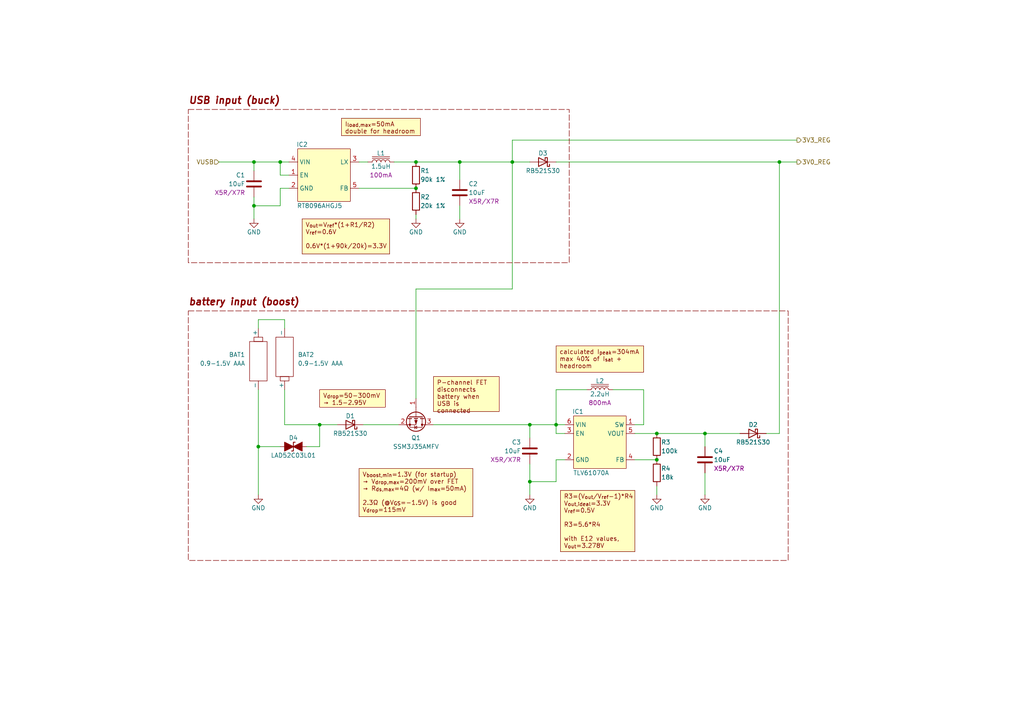
<source format=kicad_sch>
(kicad_sch (version 20230121) (generator eeschema)
  (paper "A4")
  (title_block (title "gkos pebble") (date "2024-03-18") (rev "1") (company "minteyay") (comment 1 "battery/USB power input and 3V power supply"))
  (lib_symbols
    (symbol "Device:C" (pin_numbers hide) (pin_names (offset 0.254))
      (property "Reference" "C" (at 0.635 2.54 0))
      (property "Value" "C" (at 0.635 -2.54 0))
      (symbol "C_0_1"
        (polyline (pts (xy -2.032 -0.762) (xy 2.032 -0.762)) (stroke (width 0.508)))
        (polyline (pts (xy -2.032 0.762) (xy 2.032 0.762)) (stroke (width 0.508)))
      )
      (symbol "C_1_1"
        (pin passive line (at 0 3.81 270) (length 2.794) (name "~") (number "1"))
        (pin passive line (at 0 -3.81 90) (length 2.794) (name "~") (number "2"))
      )
    )
    (symbol "Device:D_TVS_Filled" (pin_numbers hide) (pin_names (offset 1.016) hide)
      (property "Reference" "D" (at 0 2.54 0))
      (property "Value" "D_TVS_Filled" (at 0 -2.54 0))
      (symbol "D_TVS_Filled_0_1"
        (polyline (pts (xy 1.27 0) (xy -1.27 0)))
        (polyline (pts (xy -2.54 -1.27) (xy 0 0) (xy -2.54 1.27) (xy -2.54 -1.27)) (stroke (width 0.254)) (fill (type outline)))
        (polyline (pts (xy 0.508 1.27) (xy 0 1.27) (xy 0 -1.27) (xy -0.508 -1.27)) (stroke (width 0.254)))
        (polyline (pts (xy 2.54 1.27) (xy 2.54 -1.27) (xy 0 0) (xy 2.54 1.27)) (stroke (width 0.254)) (fill (type outline)))
      )
      (symbol "D_TVS_Filled_1_1"
        (pin passive line (at -3.81 0 0) (length 2.54) (name "A1") (number "1"))
        (pin passive line (at 3.81 0 180) (length 2.54) (name "A2") (number "2"))
      )
    )
    (symbol "Device:L_Iron" (pin_numbers hide) (pin_names (offset 1.016) hide)
      (property "Reference" "L" (at -1.27 0 90))
      (property "Value" "L_Iron" (at 2.794 0 90))
      (symbol "L_Iron_0_1"
        (arc (start 0 -2.54) (mid 0.6323 -1.905) (end 0 -1.27))
        (arc (start 0 -1.27) (mid 0.6323 -0.635) (end 0 0))
        (polyline (pts (xy 1.016 2.54) (xy 1.016 -2.54)))
        (polyline (pts (xy 1.524 -2.54) (xy 1.524 2.54)))
        (arc (start 0 0) (mid 0.6323 0.635) (end 0 1.27))
        (arc (start 0 1.27) (mid 0.6323 1.905) (end 0 2.54))
      )
      (symbol "L_Iron_1_1"
        (pin passive line (at 0 3.81 270) (length 1.27) (name "1") (number "1"))
        (pin passive line (at 0 -3.81 90) (length 1.27) (name "2") (number "2"))
      )
    )
    (symbol "Device:Q_PMOS_GSD" (pin_names (offset 0) hide)
      (property "Reference" "Q" (at 5.08 1.27 0))
      (property "Value" "Q_PMOS_GSD" (at 5.08 -1.27 0))
      (symbol "Q_PMOS_GSD_0_1"
        (polyline (pts (xy 0.254 0) (xy -2.54 0)))
        (polyline (pts (xy 0.254 1.905) (xy 0.254 -1.905)) (stroke (width 0.254)))
        (polyline (pts (xy 0.762 -1.27) (xy 0.762 -2.286)) (stroke (width 0.254)))
        (polyline (pts (xy 0.762 0.508) (xy 0.762 -0.508)) (stroke (width 0.254)))
        (polyline (pts (xy 0.762 2.286) (xy 0.762 1.27)) (stroke (width 0.254)))
        (polyline (pts (xy 2.54 2.54) (xy 2.54 1.778)))
        (polyline (pts (xy 2.54 -2.54) (xy 2.54 0) (xy 0.762 0)))
        (polyline (pts (xy 0.762 1.778) (xy 3.302 1.778) (xy 3.302 -1.778) (xy 0.762 -1.778)))
        (polyline (pts (xy 2.286 0) (xy 1.27 0.381) (xy 1.27 -0.381) (xy 2.286 0)) (fill (type outline)))
        (polyline (pts (xy 2.794 -0.508) (xy 2.921 -0.381) (xy 3.683 -0.381) (xy 3.81 -0.254)))
        (polyline (pts (xy 3.302 -0.381) (xy 2.921 0.254) (xy 3.683 0.254) (xy 3.302 -0.381)))
        (circle (center 1.651 0) (radius 2.794) (stroke (width 0.254)))
        (circle (center 2.54 -1.778) (radius 0.254) (fill (type outline)))
        (circle (center 2.54 1.778) (radius 0.254) (fill (type outline)))
      )
      (symbol "Q_PMOS_GSD_1_1"
        (pin input line (at -5.08 0 0) (length 2.54) (name "G") (number "1"))
        (pin passive line (at 2.54 -5.08 90) (length 2.54) (name "S") (number "2"))
        (pin passive line (at 2.54 5.08 270) (length 2.54) (name "D") (number "3"))
      )
    )
    (symbol "Device:R" (pin_numbers hide) (pin_names (offset 0))
      (property "Reference" "R" (at 2.032 0 90))
      (property "Value" "R" (at 0 0 90))
      (symbol "R_0_1"
        (rectangle (start -1.016 -2.54) (end 1.016 2.54) (stroke (width 0.254)))
      )
      (symbol "R_1_1"
        (pin passive line (at 0 3.81 270) (length 1.27) (name "~") (number "1"))
        (pin passive line (at 0 -3.81 90) (length 1.27) (name "~") (number "2"))
      )
    )
    (symbol "power:GND" (power) (pin_names (offset 0))
      (property "Value" "GND" (at 0 -3.81 0))
      (symbol "GND_0_1"
        (polyline (pts (xy 0 0) (xy 0 -1.27) (xy 1.27 -1.27) (xy 0 -2.54) (xy -1.27 -1.27) (xy 0 -1.27)))
      )
      (symbol "GND_1_1"
        (pin power_in line (at 0 0 270) (length 0) hide (name "GND") (number "1"))
      )
    )
    (symbol "user:Keystone_55" (pin_numbers hide) (pin_names (offset 0))
      (property "Reference" "BAT" (at -3.81 3.81 0))
      (property "Value" "Keystone_55" (at 0 -3.81 0))
      (symbol "Keystone_55_0_1"
        (rectangle (start -6.35 1.27) (end -5.08 -1.27))
        (rectangle (start -5.08 2.54) (end 6.35 -2.54))
      )
      (symbol "Keystone_55_1_1"
        (pin power_out line (at -8.89 0 0) (length 2.54) (name "+") (number "1"))
        (pin power_out line (at 8.89 0 180) (length 2.54) (name "-") (number "2"))
      )
    )
    (symbol "user:RB521S30" (pin_numbers hide) (pin_names (offset 1.016) hide)
      (property "Reference" "D" (at 0 2.54 0))
      (property "Value" "RB521S30" (at 0 -2.54 0))
      (symbol "RB521S30_0_1"
        (polyline (pts (xy 1.27 0) (xy -1.27 0)))
        (polyline (pts (xy 1.27 1.27) (xy 1.27 -1.27) (xy -1.27 0) (xy 1.27 1.27)) (stroke (width 0.254)))
        (polyline (pts (xy -1.905 0.635) (xy -1.905 1.27) (xy -1.27 1.27) (xy -1.27 -1.27) (xy -0.635 -1.27) (xy -0.635 -0.635)) (stroke (width 0.254)))
      )
      (symbol "RB521S30_1_1"
        (pin passive line (at -3.81 0 0) (length 2.54) (name "K") (number "1"))
        (pin passive line (at 3.81 0 180) (length 2.54) (name "A") (number "2"))
      )
    )
    (symbol "user:RT8096AHGJ5"
      (property "Reference" "IC" (at -6.35 1.27 0))
      (property "Value" "RT8096AHGJ5" (at 0 -7.62 90))
      (symbol "RT8096AHGJ5_1_1"
        (rectangle (start -7.62 0) (end 7.62 -15.24) (fill (type background)))
        (pin input line (at -10.16 -7.62 0) (length 2.54) (name "EN") (number "1"))
        (pin power_in line (at -10.16 -11.43 0) (length 2.54) (name "GND") (number "2"))
        (pin output line (at 10.16 -3.81 180) (length 2.54) (name "LX") (number "3"))
        (pin power_in line (at -10.16 -3.81 0) (length 2.54) (name "VIN") (number "4"))
        (pin input line (at 10.16 -11.43 180) (length 2.54) (name "FB") (number "5"))
      )
    )
    (symbol "user:TLV61070A"
      (property "Reference" "IC" (at -6.35 1.27 0))
      (property "Value" "TLV61070A" (at 0 -7.62 90))
      (symbol "TLV61070A_1_1"
        (rectangle (start -7.62 0) (end 7.62 -15.24) (fill (type background)))
        (pin power_out line (at 10.16 -2.54 180) (length 2.54) (name "SW") (number "1"))
        (pin power_in line (at -10.16 -12.7 0) (length 2.54) (name "GND") (number "2"))
        (pin input line (at -10.16 -5.08 0) (length 2.54) (name "EN") (number "3"))
        (pin input line (at 10.16 -12.7 180) (length 2.54) (name "FB") (number "4"))
        (pin power_out line (at 10.16 -5.08 180) (length 2.54) (name "VOUT") (number "5"))
        (pin power_in line (at -10.16 -2.54 0) (length 2.54) (name "VIN") (number "6"))
      )
    )
  )
  (junction (at 148.59 46.99))
  (junction (at 153.67 139.7))
  (junction (at 120.65 46.99))
  (junction (at 190.5 125.73))
  (junction (at 73.66 59.69))
  (junction (at 81.28 46.99))
  (junction (at 73.66 46.99))
  (junction (at 120.65 54.61))
  (junction (at 74.93 129.54))
  (junction (at 92.71 123.19))
  (junction (at 204.47 125.73))
  (junction (at 133.35 46.99))
  (junction (at 153.67 123.19))
  (junction (at 161.29 123.19))
  (junction (at 190.5 133.35))
  (junction (at 226.06 46.99))
  (wire (pts (xy 161.29 133.35) (xy 161.29 139.7)))
  (wire (pts (xy 177.8 113.03) (xy 186.69 113.03)))
  (wire (pts (xy 153.67 134.62) (xy 153.67 139.7)))
  (wire (pts (xy 120.65 115.57) (xy 120.65 83.82)))
  (wire (pts (xy 81.28 46.99) (xy 83.82 46.99)))
  (wire (pts (xy 73.66 59.69) (xy 73.66 63.5)))
  (wire (pts (xy 82.55 113.03) (xy 82.55 123.19)))
  (wire (pts (xy 204.47 129.54) (xy 204.47 125.73)))
  (wire (pts (xy 184.15 133.35) (xy 190.5 133.35)))
  (wire (pts (xy 83.82 50.8) (xy 81.28 50.8)))
  (wire (pts (xy 226.06 46.99) (xy 226.06 125.73)))
  (wire (pts (xy 105.41 123.19) (xy 115.57 123.19)))
  (wire (pts (xy 184.15 125.73) (xy 190.5 125.73)))
  (wire (pts (xy 125.73 123.19) (xy 153.67 123.19)))
  (wire (pts (xy 133.35 52.07) (xy 133.35 46.99)))
  (wire (pts (xy 231.14 40.64) (xy 148.59 40.64)))
  (wire (pts (xy 204.47 125.73) (xy 190.5 125.73)))
  (wire (pts (xy 170.18 113.03) (xy 161.29 113.03)))
  (wire (pts (xy 161.29 125.73) (xy 161.29 123.19)))
  (wire (pts (xy 81.28 50.8) (xy 81.28 46.99)))
  (wire (pts (xy 63.5 46.99) (xy 73.66 46.99)))
  (wire (pts (xy 82.55 123.19) (xy 92.71 123.19)))
  (wire (pts (xy 148.59 46.99) (xy 153.67 46.99)))
  (wire (pts (xy 81.28 54.61) (xy 83.82 54.61)))
  (wire (pts (xy 92.71 123.19) (xy 97.79 123.19)))
  (wire (pts (xy 74.93 113.03) (xy 74.93 129.54)))
  (wire (pts (xy 190.5 140.97) (xy 190.5 143.51)))
  (wire (pts (xy 82.55 92.71) (xy 82.55 95.25)))
  (wire (pts (xy 163.83 133.35) (xy 161.29 133.35)))
  (wire (pts (xy 73.66 57.15) (xy 73.66 59.69)))
  (wire (pts (xy 153.67 127) (xy 153.67 123.19)))
  (wire (pts (xy 148.59 40.64) (xy 148.59 46.99)))
  (wire (pts (xy 163.83 125.73) (xy 161.29 125.73)))
  (wire (pts (xy 73.66 49.53) (xy 73.66 46.99)))
  (wire (pts (xy 74.93 95.25) (xy 74.93 92.71)))
  (wire (pts (xy 161.29 123.19) (xy 163.83 123.19)))
  (wire (pts (xy 120.65 63.5) (xy 120.65 62.23)))
  (wire (pts (xy 161.29 139.7) (xy 153.67 139.7)))
  (wire (pts (xy 133.35 59.69) (xy 133.35 63.5)))
  (wire (pts (xy 92.71 129.54) (xy 92.71 123.19)))
  (wire (pts (xy 88.9 129.54) (xy 92.71 129.54)))
  (wire (pts (xy 148.59 83.82) (xy 148.59 46.99)))
  (wire (pts (xy 186.69 123.19) (xy 184.15 123.19)))
  (wire (pts (xy 73.66 59.69) (xy 81.28 59.69)))
  (wire (pts (xy 114.3 46.99) (xy 120.65 46.99)))
  (wire (pts (xy 226.06 46.99) (xy 231.14 46.99)))
  (wire (pts (xy 74.93 92.71) (xy 82.55 92.71)))
  (wire (pts (xy 153.67 139.7) (xy 153.67 143.51)))
  (wire (pts (xy 120.65 46.99) (xy 133.35 46.99)))
  (wire (pts (xy 81.28 59.69) (xy 81.28 54.61)))
  (wire (pts (xy 73.66 46.99) (xy 81.28 46.99)))
  (wire (pts (xy 204.47 137.16) (xy 204.47 143.51)))
  (wire (pts (xy 74.93 129.54) (xy 74.93 143.51)))
  (wire (pts (xy 153.67 123.19) (xy 161.29 123.19)))
  (wire (pts (xy 120.65 83.82) (xy 148.59 83.82)))
  (wire (pts (xy 214.63 125.73) (xy 204.47 125.73)))
  (wire (pts (xy 104.14 46.99) (xy 106.68 46.99)))
  (wire (pts (xy 222.25 125.73) (xy 226.06 125.73)))
  (wire (pts (xy 74.93 129.54) (xy 81.28 129.54)))
  (wire (pts (xy 104.14 54.61) (xy 120.65 54.61)))
  (wire (pts (xy 161.29 113.03) (xy 161.29 123.19)))
  (wire (pts (xy 161.29 46.99) (xy 226.06 46.99)))
  (wire (pts (xy 186.69 113.03) (xy 186.69 123.19)))
  (wire (pts (xy 133.35 46.99) (xy 148.59 46.99)))
  (rectangle (start 54.61 90.17) (end 228.6 162.56) (stroke (width 0) (type dash) (color 132 0 0 1)))
  (rectangle (start 54.61 31.75) (end 165.1 76.2) (stroke (width 0) (type dash) (color 132 0 0 1)))
  (text_box "I_{load,max}=50mA\ndouble for headroom" (at 99.06 34.29 0) (size 22.86 5.08) (stroke (width 0) (color 132 0 0 1)) (fill (type color) (color 255 255 194 1)) (effects (font (size 1.27 1.27)) (justify left top)))
  (text_box "P-channel FET disconnects battery when USB is connected" (at 125.73 109.22 0) (size 19.05 10.16) (stroke (width 0) (color 132 0 0 1)) (fill (type color) (color 255 255 194 1)) (effects (font (size 1.27 1.27)) (justify left top)))
  (text_box "R3=(V_{out}/V_{ref}-1)*R4\nV_{out,ideal}=3.3V\nV_{ref}=0.5V\n\nR3=5.6*R4\n\nwith E12 values,\nV_{out}=3.278V" (at 162.56 142.24 0) (size 21.59 17.78) (stroke (width 0) (color 132 0 0 1)) (fill (type color) (color 255 255 194 1)) (effects (font (size 1.27 1.27)) (justify left top)))
  (text_box "V_{out}=V_{ref}*(1+R1/R2)\nV_{ref}=0.6V\n\n0.6V*(1+90k/20k)=3.3V" (at 87.63 63.5 0) (size 25.4 10.16) (stroke (width 0) (color 132 0 0 1)) (fill (type color) (color 255 255 194 1)) (effects (font (size 1.27 1.27)) (justify left top)))
  (text_box "V_{boost,min}=1.3V (for startup)\n→ V_{drop,max}=200mV over FET\n→ R_{ds,max}=4Ω (w/ I_{max}=50mA)\n\n2.3Ω (@V_{GS}=-1.5V) is good\nV_{drop}=115mV" (at 104.14 135.89 0) (size 33.02 13.97) (stroke (width 0) (color 132 0 0 1)) (fill (type color) (color 255 255 194 1)) (effects (font (size 1.27 1.27)) (justify left top)))
  (text_box "calculated I_{peak}=304mA\nmax 40% of I_{sat} + headroom" (at 161.29 100.33 0) (size 25.4 7.62) (stroke (width 0) (color 132 0 0 1)) (fill (type color) (color 255 255 194 1)) (effects (font (size 1.27 1.27)) (justify left top)))
  (text_box "V_{drop}=50-300mV\n→ 1.5-2.95V" (at 92.71 113.03 0) (size 19.05 5.08) (stroke (width 0) (color 132 0 0 1)) (fill (type color) (color 255 255 194 1)) (effects (font (size 1.27 1.27)) (justify left top)))
  (text "USB input (buck)" (at 54.61 30.48 0) (effects (font (size 2 2) (thickness 0.4) bold italic) (justify left bottom)))
  (text "battery input (boost)" (at 54.61 88.9 0) (effects (font (size 2 2) (thickness 0.4) bold italic) (justify left bottom)))
  (hierarchical_label "VUSB" (shape input) (at 63.5 46.99 180))
  (hierarchical_label "3V3_REG" (shape output) (at 231.14 40.64 0))
  (hierarchical_label "3V0_REG" (shape output) (at 231.14 46.99 0))
  (symbol (lib_id "user:TLV61070A") (at 173.99 120.65 0) (unit 1)
    (property "Reference" "IC1" (at 167.64 119.38 0))
    (property "Value" "TLV61070A" (at 171.45 137.16 0))
    (property "Footprint" "Package_TO_SOT_SMD:SOT-23-6" (effects hide))
  )
  (symbol (lib_id "power:GND") (at 190.5 143.51 0) (unit 1)
    (property "Reference" "#PWR07" (effects hide))
    (property "Value" "GND" (at 190.5 147.32 0))
  )
  (symbol (lib_id "Device:C") (at 133.35 55.88 0) (mirror y) (unit 1)
    (property "Reference" "C2" (at 135.89 53.34 0) (effects (justify right)))
    (property "Value" "10uF" (at 135.89 55.88 0) (effects (justify right)))
    (property "Footprint" "Capacitor_SMD:C_0805_2012Metric" (effects hide))
    (property "Type" "X5R/X7R" (at 135.89 58.42 0) (effects (justify right)))
  )
  (symbol (lib_id "power:GND") (at 204.47 143.51 0) (unit 1)
    (property "Reference" "#PWR08" (effects hide))
    (property "Value" "GND" (at 204.47 147.32 0))
  )
  (symbol (lib_id "Device:Q_PMOS_GSD") (at 120.65 120.65 270) (unit 1)
    (property "Reference" "Q1" (at 120.65 127 90))
    (property "Value" "SSM3J35AMFV" (at 120.65 129.54 90))
    (property "Footprint" "Package_TO_SOT_SMD:SOT-723" (effects hide))
  )
  (symbol (lib_id "Device:R") (at 190.5 137.16 0) (unit 1)
    (property "Reference" "R4" (at 191.77 135.89 0) (effects (justify left)))
    (property "Value" "18k" (at 191.77 138.43 0) (effects (justify left)))
    (property "Footprint" "Resistor_SMD:R_0805_2012Metric" (effects hide))
  )
  (symbol (lib_id "user:RB521S30") (at 101.6 123.19 180) (unit 1)
    (property "Reference" "D1" (at 101.6 120.65 0))
    (property "Value" "RB521S30" (at 101.6 125.73 0))
    (property "Footprint" "Diode_SMD:D_SOD-523" (effects hide))
  )
  (symbol (lib_id "Device:R") (at 120.65 50.8 0) (unit 1)
    (property "Reference" "R1" (at 121.92 49.53 0) (effects (justify left)))
    (property "Value" "90k 1%" (at 121.92 52.07 0) (effects (justify left)))
    (property "Footprint" "Resistor_SMD:R_0805_2012Metric" (effects hide))
  )
  (symbol (lib_id "Device:C") (at 153.67 130.81 0) (unit 1)
    (property "Reference" "C3" (at 151.13 128.27 0) (effects (justify right)))
    (property "Value" "10uF" (at 151.13 130.81 0) (effects (justify right)))
    (property "Footprint" "Capacitor_SMD:C_0805_2012Metric" (effects hide))
    (property "Type" "X5R/X7R" (at 151.13 133.35 0) (effects (justify right)))
  )
  (symbol (lib_id "user:Keystone_55") (at 82.55 104.14 270) (mirror x) (unit 1)
    (property "Reference" "BAT2" (at 86.36 102.87 90) (effects (justify left)))
    (property "Value" "0.9-1.5V AAA" (at 86.36 105.41 90) (effects (justify left)))
    (property "Footprint" "footprints:Keystone_55_1xAAA" (effects hide))
  )
  (symbol (lib_id "power:GND") (at 73.66 63.5 0) (unit 1)
    (property "Reference" "#PWR05" (effects hide))
    (property "Value" "GND" (at 73.66 67.31 0))
  )
  (symbol (lib_id "Device:L_Iron") (at 173.99 113.03 90) (unit 1)
    (property "Reference" "L2" (at 173.99 110.49 90))
    (property "Value" "2.2uH" (at 173.99 114.3 90))
    (property "Isat" "800mA" (at 173.99 116.84 90))
  )
  (symbol (lib_id "power:GND") (at 133.35 63.5 0) (unit 1)
    (property "Reference" "#PWR06" (effects hide))
    (property "Value" "GND" (at 133.35 67.31 0))
  )
  (symbol (lib_id "user:RT8096AHGJ5") (at 93.98 43.18 0) (unit 1)
    (property "Reference" "IC2" (at 87.63 41.91 0))
    (property "Value" "RT8096AHGJ5" (at 92.71 59.69 0))
    (property "Footprint" "Package_TO_SOT_SMD:SOT-23-5" (effects hide))
  )
  (symbol (lib_id "user:Keystone_55") (at 74.93 104.14 90) (mirror x) (unit 1)
    (property "Reference" "BAT1" (at 71.12 102.87 90) (effects (justify left)))
    (property "Value" "0.9-1.5V AAA" (at 71.12 105.41 90) (effects (justify left)))
    (property "Footprint" "footprints:Keystone_55_1xAAA" (effects hide))
  )
  (symbol (lib_id "Device:D_TVS_Filled") (at 85.09 129.54 0) (unit 1)
    (property "Reference" "D4" (at 85.09 127 0))
    (property "Value" "LAD52C03L01" (at 85.09 132.08 0))
    (property "Footprint" "Diode_SMD:D_SOD-523" (effects hide))
  )
  (symbol (lib_id "power:GND") (at 74.93 143.51 0) (unit 1)
    (property "Reference" "#PWR01" (effects hide))
    (property "Value" "GND" (at 74.93 147.32 0))
  )
  (symbol (lib_id "Device:L_Iron") (at 110.49 46.99 90) (unit 1)
    (property "Reference" "L1" (at 110.49 44.45 90))
    (property "Value" "1.5uH" (at 110.49 48.26 90))
    (property "Isat" "100mA" (at 110.49 50.8 90))
  )
  (symbol (lib_id "user:RB521S30") (at 157.48 46.99 180) (unit 1)
    (property "Reference" "D3" (at 157.48 44.45 0))
    (property "Value" "RB521S30" (at 157.48 49.53 0))
    (property "Footprint" "Diode_SMD:D_SOD-523" (effects hide))
  )
  (symbol (lib_id "power:GND") (at 153.67 143.51 0) (unit 1)
    (property "Reference" "#PWR09" (effects hide))
    (property "Value" "GND" (at 153.67 147.32 0))
  )
  (symbol (lib_id "Device:C") (at 73.66 53.34 0) (unit 1)
    (property "Reference" "C1" (at 71.12 50.8 0) (effects (justify right)))
    (property "Value" "10uF" (at 71.12 53.34 0) (effects (justify right)))
    (property "Footprint" "Capacitor_SMD:C_0805_2012Metric" (effects hide))
    (property "Type" "X5R/X7R" (at 71.12 55.88 0) (effects (justify right)))
  )
  (symbol (lib_id "Device:R") (at 120.65 58.42 0) (unit 1)
    (property "Reference" "R2" (at 121.92 57.15 0) (effects (justify left)))
    (property "Value" "20k 1%" (at 121.92 59.69 0) (effects (justify left)))
    (property "Footprint" "Resistor_SMD:R_0805_2012Metric" (effects hide))
  )
  (symbol (lib_id "Device:R") (at 190.5 129.54 0) (unit 1)
    (property "Reference" "R3" (at 191.77 128.27 0) (effects (justify left)))
    (property "Value" "100k" (at 191.77 130.81 0) (effects (justify left)))
    (property "Footprint" "Resistor_SMD:R_0805_2012Metric" (effects hide))
  )
  (symbol (lib_id "power:GND") (at 120.65 63.5 0) (unit 1)
    (property "Reference" "#PWR04" (effects hide))
    (property "Value" "GND" (at 120.65 67.31 0))
  )
  (symbol (lib_id "user:RB521S30") (at 218.44 125.73 180) (unit 1)
    (property "Reference" "D2" (at 218.44 123.19 0))
    (property "Value" "RB521S30" (at 218.44 128.27 0))
    (property "Footprint" "Diode_SMD:D_SOD-523" (effects hide))
  )
  (symbol (lib_id "Device:C") (at 204.47 133.35 0) (mirror y) (unit 1)
    (property "Reference" "C4" (at 207.01 130.81 0) (effects (justify right)))
    (property "Value" "10uF" (at 207.01 133.35 0) (effects (justify right)))
    (property "Footprint" "Capacitor_SMD:C_0805_2012Metric" (effects hide))
    (property "Type" "X5R/X7R" (at 207.01 135.89 0) (effects (justify right)))
  )
)
</source>
